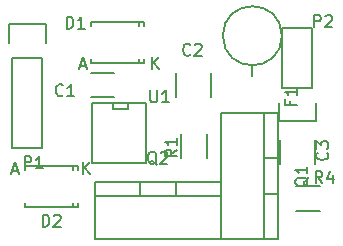
<source format=gbr>
G04 #@! TF.FileFunction,Legend,Top*
%FSLAX46Y46*%
G04 Gerber Fmt 4.6, Leading zero omitted, Abs format (unit mm)*
G04 Created by KiCad (PCBNEW 4.0.0-rc2-1-stable) date Wednesday, May 11, 2016 'amt' 03:21:58 am*
%MOMM*%
G01*
G04 APERTURE LIST*
%ADD10C,0.100000*%
%ADD11C,0.150000*%
G04 APERTURE END LIST*
D10*
D11*
X139622000Y-104156000D02*
X139622000Y-106156000D01*
X142572000Y-106156000D02*
X142572000Y-104156000D01*
X137033000Y-106680000D02*
X137033000Y-111760000D01*
X137033000Y-111760000D02*
X132461000Y-111760000D01*
X132461000Y-111760000D02*
X132461000Y-106680000D01*
X132461000Y-106680000D02*
X137033000Y-106680000D01*
X135509000Y-106680000D02*
X135509000Y-107188000D01*
X135509000Y-107188000D02*
X134239000Y-107188000D01*
X134239000Y-107188000D02*
X134239000Y-106680000D01*
X142172000Y-109363000D02*
X142172000Y-111363000D01*
X140022000Y-111363000D02*
X140022000Y-109363000D01*
X125730000Y-102870000D02*
X125730000Y-110490000D01*
X128270000Y-102870000D02*
X128270000Y-110490000D01*
X128550000Y-100050000D02*
X128550000Y-101600000D01*
X125730000Y-110490000D02*
X128270000Y-110490000D01*
X128270000Y-102870000D02*
X125730000Y-102870000D01*
X125450000Y-101600000D02*
X125450000Y-100050000D01*
X125450000Y-100050000D02*
X128550000Y-100050000D01*
X151130000Y-105410000D02*
X151130000Y-100330000D01*
X151130000Y-100330000D02*
X148590000Y-100330000D01*
X148590000Y-100330000D02*
X148590000Y-105410000D01*
X148310000Y-108230000D02*
X148310000Y-106680000D01*
X148590000Y-105410000D02*
X151130000Y-105410000D01*
X151410000Y-106680000D02*
X151410000Y-108230000D01*
X151410000Y-108230000D02*
X148310000Y-108230000D01*
X151335000Y-111871000D02*
X151335000Y-109871000D01*
X148385000Y-109871000D02*
X148385000Y-111871000D01*
X151749000Y-115883000D02*
X149749000Y-115883000D01*
X149749000Y-113733000D02*
X151749000Y-113733000D01*
X146050000Y-103405940D02*
X146050000Y-104406700D01*
X148549360Y-101005640D02*
G75*
G03X148549360Y-101005640I-2499360J0D01*
G01*
X134350000Y-104131000D02*
X132350000Y-104131000D01*
X132350000Y-106181000D02*
X134350000Y-106181000D01*
X136419140Y-99849940D02*
X136419140Y-100200460D01*
X136419140Y-103350060D02*
X136419140Y-102999540D01*
X132369560Y-99849940D02*
X132369560Y-100200460D01*
X136870440Y-99849940D02*
X136870440Y-100200460D01*
X136870440Y-103350060D02*
X136870440Y-102999540D01*
X132369560Y-103350060D02*
X132369560Y-102999540D01*
X136870440Y-99849940D02*
X132369560Y-99849940D01*
X136870440Y-103350060D02*
X132369560Y-103350060D01*
X130831140Y-112041940D02*
X130831140Y-112392460D01*
X130831140Y-115542060D02*
X130831140Y-115191540D01*
X126781560Y-112041940D02*
X126781560Y-112392460D01*
X131282440Y-112041940D02*
X131282440Y-112392460D01*
X131282440Y-115542060D02*
X131282440Y-115191540D01*
X126781560Y-115542060D02*
X126781560Y-115191540D01*
X131282440Y-112041940D02*
X126781560Y-112041940D01*
X131282440Y-115542060D02*
X126781560Y-115542060D01*
X148209000Y-111379000D02*
X147066000Y-111379000D01*
X148209000Y-114427000D02*
X147066000Y-114427000D01*
X147066000Y-118237000D02*
X143383000Y-118237000D01*
X143383000Y-118237000D02*
X143383000Y-107569000D01*
X143383000Y-107569000D02*
X147066000Y-107569000D01*
X148209000Y-118237000D02*
X147066000Y-118237000D01*
X147066000Y-118237000D02*
X147066000Y-107569000D01*
X147066000Y-107569000D02*
X148209000Y-107569000D01*
X148209000Y-112903000D02*
X148209000Y-107569000D01*
X148209000Y-112903000D02*
X148209000Y-118237000D01*
X136525000Y-113411000D02*
X136525000Y-114554000D01*
X139573000Y-113411000D02*
X139573000Y-114554000D01*
X143383000Y-114554000D02*
X143383000Y-118237000D01*
X143383000Y-118237000D02*
X132715000Y-118237000D01*
X132715000Y-118237000D02*
X132715000Y-114554000D01*
X143383000Y-113411000D02*
X143383000Y-114554000D01*
X143383000Y-114554000D02*
X132715000Y-114554000D01*
X132715000Y-114554000D02*
X132715000Y-113411000D01*
X138049000Y-113411000D02*
X132715000Y-113411000D01*
X138049000Y-113411000D02*
X143383000Y-113411000D01*
X140803334Y-102592143D02*
X140755715Y-102639762D01*
X140612858Y-102687381D01*
X140517620Y-102687381D01*
X140374762Y-102639762D01*
X140279524Y-102544524D01*
X140231905Y-102449286D01*
X140184286Y-102258810D01*
X140184286Y-102115952D01*
X140231905Y-101925476D01*
X140279524Y-101830238D01*
X140374762Y-101735000D01*
X140517620Y-101687381D01*
X140612858Y-101687381D01*
X140755715Y-101735000D01*
X140803334Y-101782619D01*
X141184286Y-101782619D02*
X141231905Y-101735000D01*
X141327143Y-101687381D01*
X141565239Y-101687381D01*
X141660477Y-101735000D01*
X141708096Y-101782619D01*
X141755715Y-101877857D01*
X141755715Y-101973095D01*
X141708096Y-102115952D01*
X141136667Y-102687381D01*
X141755715Y-102687381D01*
X137414095Y-105624381D02*
X137414095Y-106433905D01*
X137461714Y-106529143D01*
X137509333Y-106576762D01*
X137604571Y-106624381D01*
X137795048Y-106624381D01*
X137890286Y-106576762D01*
X137937905Y-106529143D01*
X137985524Y-106433905D01*
X137985524Y-105624381D01*
X138985524Y-106624381D02*
X138414095Y-106624381D01*
X138699809Y-106624381D02*
X138699809Y-105624381D01*
X138604571Y-105767238D01*
X138509333Y-105862476D01*
X138414095Y-105910095D01*
X139644381Y-110656666D02*
X139168190Y-110990000D01*
X139644381Y-111228095D02*
X138644381Y-111228095D01*
X138644381Y-110847142D01*
X138692000Y-110751904D01*
X138739619Y-110704285D01*
X138834857Y-110656666D01*
X138977714Y-110656666D01*
X139072952Y-110704285D01*
X139120571Y-110751904D01*
X139168190Y-110847142D01*
X139168190Y-111228095D01*
X139644381Y-109704285D02*
X139644381Y-110275714D01*
X139644381Y-109990000D02*
X138644381Y-109990000D01*
X138787238Y-110085238D01*
X138882476Y-110180476D01*
X138930095Y-110275714D01*
X126769905Y-112212381D02*
X126769905Y-111212381D01*
X127150858Y-111212381D01*
X127246096Y-111260000D01*
X127293715Y-111307619D01*
X127341334Y-111402857D01*
X127341334Y-111545714D01*
X127293715Y-111640952D01*
X127246096Y-111688571D01*
X127150858Y-111736190D01*
X126769905Y-111736190D01*
X128293715Y-112212381D02*
X127722286Y-112212381D01*
X128008000Y-112212381D02*
X128008000Y-111212381D01*
X127912762Y-111355238D01*
X127817524Y-111450476D01*
X127722286Y-111498095D01*
X151280905Y-100274381D02*
X151280905Y-99274381D01*
X151661858Y-99274381D01*
X151757096Y-99322000D01*
X151804715Y-99369619D01*
X151852334Y-99464857D01*
X151852334Y-99607714D01*
X151804715Y-99702952D01*
X151757096Y-99750571D01*
X151661858Y-99798190D01*
X151280905Y-99798190D01*
X152233286Y-99369619D02*
X152280905Y-99322000D01*
X152376143Y-99274381D01*
X152614239Y-99274381D01*
X152709477Y-99322000D01*
X152757096Y-99369619D01*
X152804715Y-99464857D01*
X152804715Y-99560095D01*
X152757096Y-99702952D01*
X152185667Y-100274381D01*
X152804715Y-100274381D01*
X152376143Y-110910666D02*
X152423762Y-110958285D01*
X152471381Y-111101142D01*
X152471381Y-111196380D01*
X152423762Y-111339238D01*
X152328524Y-111434476D01*
X152233286Y-111482095D01*
X152042810Y-111529714D01*
X151899952Y-111529714D01*
X151709476Y-111482095D01*
X151614238Y-111434476D01*
X151519000Y-111339238D01*
X151471381Y-111196380D01*
X151471381Y-111101142D01*
X151519000Y-110958285D01*
X151566619Y-110910666D01*
X151471381Y-110577333D02*
X151471381Y-109958285D01*
X151852333Y-110291619D01*
X151852333Y-110148761D01*
X151899952Y-110053523D01*
X151947571Y-110005904D01*
X152042810Y-109958285D01*
X152280905Y-109958285D01*
X152376143Y-110005904D01*
X152423762Y-110053523D01*
X152471381Y-110148761D01*
X152471381Y-110434476D01*
X152423762Y-110529714D01*
X152376143Y-110577333D01*
X151979334Y-113482381D02*
X151646000Y-113006190D01*
X151407905Y-113482381D02*
X151407905Y-112482381D01*
X151788858Y-112482381D01*
X151884096Y-112530000D01*
X151931715Y-112577619D01*
X151979334Y-112672857D01*
X151979334Y-112815714D01*
X151931715Y-112910952D01*
X151884096Y-112958571D01*
X151788858Y-113006190D01*
X151407905Y-113006190D01*
X152836477Y-112815714D02*
X152836477Y-113482381D01*
X152598381Y-112434762D02*
X152360286Y-113149048D01*
X152979334Y-113149048D01*
X149278031Y-106538353D02*
X149278031Y-106871687D01*
X149801841Y-106871687D02*
X148801841Y-106871687D01*
X148801841Y-106395496D01*
X149801841Y-105490734D02*
X149801841Y-106062163D01*
X149801841Y-105776449D02*
X148801841Y-105776449D01*
X148944698Y-105871687D01*
X149039936Y-105966925D01*
X149087555Y-106062163D01*
X130008334Y-106021143D02*
X129960715Y-106068762D01*
X129817858Y-106116381D01*
X129722620Y-106116381D01*
X129579762Y-106068762D01*
X129484524Y-105973524D01*
X129436905Y-105878286D01*
X129389286Y-105687810D01*
X129389286Y-105544952D01*
X129436905Y-105354476D01*
X129484524Y-105259238D01*
X129579762Y-105164000D01*
X129722620Y-105116381D01*
X129817858Y-105116381D01*
X129960715Y-105164000D01*
X130008334Y-105211619D01*
X130960715Y-106116381D02*
X130389286Y-106116381D01*
X130675000Y-106116381D02*
X130675000Y-105116381D01*
X130579762Y-105259238D01*
X130484524Y-105354476D01*
X130389286Y-105402095D01*
X130325905Y-100401381D02*
X130325905Y-99401381D01*
X130564000Y-99401381D01*
X130706858Y-99449000D01*
X130802096Y-99544238D01*
X130849715Y-99639476D01*
X130897334Y-99829952D01*
X130897334Y-99972810D01*
X130849715Y-100163286D01*
X130802096Y-100258524D01*
X130706858Y-100353762D01*
X130564000Y-100401381D01*
X130325905Y-100401381D01*
X131849715Y-100401381D02*
X131278286Y-100401381D01*
X131564000Y-100401381D02*
X131564000Y-99401381D01*
X131468762Y-99544238D01*
X131373524Y-99639476D01*
X131278286Y-99687095D01*
X137533095Y-103830381D02*
X137533095Y-102830381D01*
X138104524Y-103830381D02*
X137675952Y-103258952D01*
X138104524Y-102830381D02*
X137533095Y-103401810D01*
X131460905Y-103544667D02*
X131937096Y-103544667D01*
X131365667Y-103830381D02*
X131699000Y-102830381D01*
X132032334Y-103830381D01*
X128293905Y-117165381D02*
X128293905Y-116165381D01*
X128532000Y-116165381D01*
X128674858Y-116213000D01*
X128770096Y-116308238D01*
X128817715Y-116403476D01*
X128865334Y-116593952D01*
X128865334Y-116736810D01*
X128817715Y-116927286D01*
X128770096Y-117022524D01*
X128674858Y-117117762D01*
X128532000Y-117165381D01*
X128293905Y-117165381D01*
X129246286Y-116260619D02*
X129293905Y-116213000D01*
X129389143Y-116165381D01*
X129627239Y-116165381D01*
X129722477Y-116213000D01*
X129770096Y-116260619D01*
X129817715Y-116355857D01*
X129817715Y-116451095D01*
X129770096Y-116593952D01*
X129198667Y-117165381D01*
X129817715Y-117165381D01*
X131691095Y-112720381D02*
X131691095Y-111720381D01*
X132262524Y-112720381D02*
X131833952Y-112148952D01*
X132262524Y-111720381D02*
X131691095Y-112291810D01*
X125745905Y-112434667D02*
X126222096Y-112434667D01*
X125650667Y-112720381D02*
X125984000Y-111720381D01*
X126317334Y-112720381D01*
X150788619Y-112998238D02*
X150741000Y-113093476D01*
X150645762Y-113188714D01*
X150502905Y-113331571D01*
X150455286Y-113426810D01*
X150455286Y-113522048D01*
X150693381Y-113474429D02*
X150645762Y-113569667D01*
X150550524Y-113664905D01*
X150360048Y-113712524D01*
X150026714Y-113712524D01*
X149836238Y-113664905D01*
X149741000Y-113569667D01*
X149693381Y-113474429D01*
X149693381Y-113283952D01*
X149741000Y-113188714D01*
X149836238Y-113093476D01*
X150026714Y-113045857D01*
X150360048Y-113045857D01*
X150550524Y-113093476D01*
X150645762Y-113188714D01*
X150693381Y-113283952D01*
X150693381Y-113474429D01*
X150693381Y-112093476D02*
X150693381Y-112664905D01*
X150693381Y-112379191D02*
X149693381Y-112379191D01*
X149836238Y-112474429D01*
X149931476Y-112569667D01*
X149979095Y-112664905D01*
X137953762Y-111926619D02*
X137858524Y-111879000D01*
X137763286Y-111783762D01*
X137620429Y-111640905D01*
X137525190Y-111593286D01*
X137429952Y-111593286D01*
X137477571Y-111831381D02*
X137382333Y-111783762D01*
X137287095Y-111688524D01*
X137239476Y-111498048D01*
X137239476Y-111164714D01*
X137287095Y-110974238D01*
X137382333Y-110879000D01*
X137477571Y-110831381D01*
X137668048Y-110831381D01*
X137763286Y-110879000D01*
X137858524Y-110974238D01*
X137906143Y-111164714D01*
X137906143Y-111498048D01*
X137858524Y-111688524D01*
X137763286Y-111783762D01*
X137668048Y-111831381D01*
X137477571Y-111831381D01*
X138287095Y-110926619D02*
X138334714Y-110879000D01*
X138429952Y-110831381D01*
X138668048Y-110831381D01*
X138763286Y-110879000D01*
X138810905Y-110926619D01*
X138858524Y-111021857D01*
X138858524Y-111117095D01*
X138810905Y-111259952D01*
X138239476Y-111831381D01*
X138858524Y-111831381D01*
M02*

</source>
